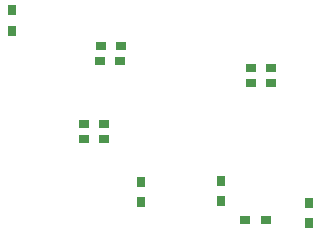
<source format=gbr>
G04 DipTrace 3.2.0.1*
G04 BottomPaste.gbr*
%MOIN*%
G04 #@! TF.FileFunction,Paste,Bot*
G04 #@! TF.Part,Single*
%ADD92R,0.031496X0.035433*%
%ADD94R,0.035433X0.031496*%
%FSLAX26Y26*%
G04*
G70*
G90*
G75*
G01*
G04 BotPaste*
%LPD*%
D94*
X1418701Y1456201D3*
X1351772D3*
X1414272Y1406201D3*
X1347343D3*
D92*
X1483858Y1000000D3*
Y933071D3*
D94*
X1918701Y1381201D3*
X1851772D3*
X1918701Y1331201D3*
X1851772D3*
D92*
X1750055Y1006241D3*
Y939312D3*
D94*
X1293701Y1193701D3*
X1360630D3*
X1293701Y1143701D3*
X1360630D3*
D92*
X1056201Y1506201D3*
Y1573130D3*
D94*
X1900039Y875005D3*
X1833110D3*
D92*
X2043774Y931249D3*
Y864320D3*
M02*

</source>
